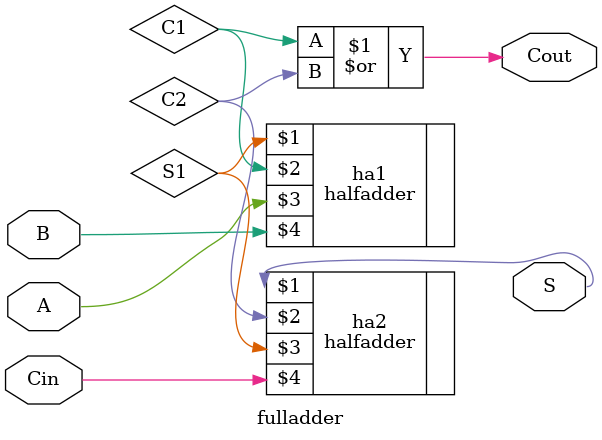
<source format=v>
module fulladder(S, Cout, A, B, Cin);
	output S, Cout;
	input A, B, Cin;
	
	halfadder ha1(S1, C1, A, B);
	halfadder ha2(S, C2, S1, Cin);
	or o1(Cout, C1, C2);
endmodule

</source>
